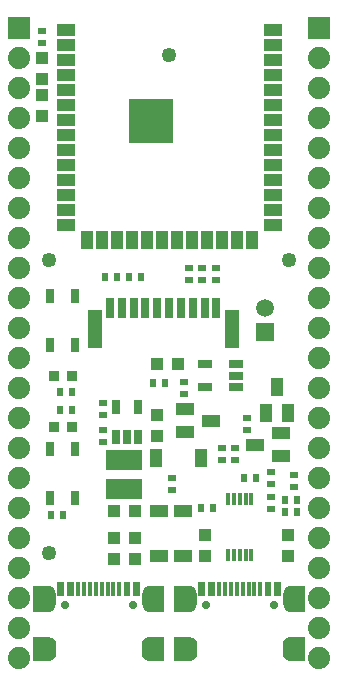
<source format=gbr>
G04 #@! TF.GenerationSoftware,KiCad,Pcbnew,5.1.0-rc2-unknown-036be7d~80~ubuntu16.04.1*
G04 #@! TF.CreationDate,2023-05-16T15:29:05+03:00*
G04 #@! TF.ProjectId,ESP32-S3-DevKit-LiPo_Rev_B,45535033-322d-4533-932d-4465764b6974,B*
G04 #@! TF.SameCoordinates,Original*
G04 #@! TF.FileFunction,Soldermask,Top*
G04 #@! TF.FilePolarity,Negative*
%FSLAX46Y46*%
G04 Gerber Fmt 4.6, Leading zero omitted, Abs format (unit mm)*
G04 Created by KiCad (PCBNEW 5.1.0-rc2-unknown-036be7d~80~ubuntu16.04.1) date 2023-05-16 15:29:05*
%MOMM*%
%LPD*%
G04 APERTURE LIST*
%ADD10C,1.501600*%
%ADD11R,1.501600X1.501600*%
%ADD12R,1.301600X3.201600*%
%ADD13R,0.701600X1.651600*%
%ADD14R,1.117600X1.117600*%
%ADD15R,1.501600X1.101600*%
%ADD16R,0.651600X0.601600*%
%ADD17C,1.879600*%
%ADD18R,1.879600X1.879600*%
%ADD19R,1.201600X2.101600*%
%ADD20R,1.201600X2.301600*%
%ADD21C,0.701600*%
%ADD22R,0.351600X1.251600*%
%ADD23O,1.301600X2.301600*%
%ADD24O,1.401600X2.101600*%
%ADD25R,0.401600X1.251600*%
%ADD26R,0.751600X1.151600*%
%ADD27R,0.601600X0.651600*%
%ADD28C,1.254000*%
%ADD29R,0.901600X0.901600*%
%ADD30R,0.351600X1.101600*%
%ADD31R,3.801600X3.801600*%
%ADD32C,1.701600*%
%ADD33R,1.601600X1.001600*%
%ADD34R,1.001600X1.601600*%
%ADD35R,1.101600X1.501600*%
%ADD36R,3.101600X1.701600*%
%ADD37R,1.301600X0.651600*%
%ADD38R,0.651600X1.301600*%
G04 APERTURE END LIST*
D10*
X151655780Y-88534240D03*
D11*
X151658320Y-90563700D03*
D12*
X137202000Y-90266000D03*
X148802000Y-90266000D03*
D13*
X138502000Y-88491000D03*
X139502000Y-88491000D03*
X140502000Y-88491000D03*
X141502000Y-88491000D03*
X142502000Y-88491000D03*
X143502000Y-88491000D03*
X144502000Y-88491000D03*
X145502000Y-88491000D03*
X146502000Y-88491000D03*
X147502000Y-88491000D03*
D14*
X146558000Y-109474000D03*
X146558000Y-107696000D03*
D15*
X144653000Y-109469000D03*
X144653000Y-105669000D03*
X142621000Y-109469000D03*
X142621000Y-105669000D03*
D16*
X137922000Y-99822000D03*
X137922000Y-98806000D03*
D14*
X140589000Y-105664000D03*
X138811000Y-105664000D03*
D15*
X144815560Y-97094040D03*
X144815560Y-98996500D03*
X147025360Y-98041460D03*
D17*
X156210000Y-115570000D03*
X156210000Y-118110000D03*
X156210000Y-72390000D03*
X156210000Y-69850000D03*
X156210000Y-67310000D03*
D18*
X156210000Y-64770000D03*
D17*
X156210000Y-74930000D03*
X156210000Y-77470000D03*
X156210000Y-82550000D03*
X156210000Y-80010000D03*
X156210000Y-85090000D03*
X156210000Y-87630000D03*
X156210000Y-92710000D03*
X156210000Y-90170000D03*
X156210000Y-95250000D03*
X156210000Y-97790000D03*
X156210000Y-102870000D03*
X156210000Y-100330000D03*
X156210000Y-110490000D03*
X156210000Y-113030000D03*
X156210000Y-107950000D03*
X156210000Y-105410000D03*
D19*
X142468600Y-117355000D03*
D20*
X142468600Y-113175000D03*
D19*
X132613400Y-117355000D03*
D20*
X132613400Y-113175000D03*
D21*
X140431000Y-113675000D03*
D22*
X135791000Y-112273000D03*
X136291000Y-112273000D03*
X136791000Y-112273000D03*
X139291000Y-112273000D03*
X137791000Y-112273000D03*
X138791000Y-112273000D03*
X138291000Y-112273000D03*
X137291000Y-112273000D03*
D23*
X141861000Y-113175000D03*
D24*
X141861000Y-117355000D03*
X133221000Y-117355000D03*
D21*
X134651000Y-113675000D03*
D23*
X133221000Y-113175000D03*
D25*
X135266000Y-112273000D03*
X139816000Y-112273000D03*
X135016000Y-112273000D03*
X140066000Y-112273000D03*
X134466000Y-112273000D03*
X140616000Y-112273000D03*
X134216000Y-112273000D03*
X140866000Y-112273000D03*
D19*
X154406600Y-117355000D03*
D20*
X154406600Y-113175000D03*
D19*
X144551400Y-117355000D03*
D20*
X144551400Y-113175000D03*
D21*
X152369000Y-113675000D03*
D22*
X147729000Y-112273000D03*
X148229000Y-112273000D03*
X148729000Y-112273000D03*
X151229000Y-112273000D03*
X149729000Y-112273000D03*
X150729000Y-112273000D03*
X150229000Y-112273000D03*
X149229000Y-112273000D03*
D23*
X153799000Y-113175000D03*
D24*
X153799000Y-117355000D03*
X145159000Y-117355000D03*
D21*
X146589000Y-113675000D03*
D23*
X145159000Y-113175000D03*
D25*
X147204000Y-112273000D03*
X151754000Y-112273000D03*
X146954000Y-112273000D03*
X152004000Y-112273000D03*
X146404000Y-112273000D03*
X152554000Y-112273000D03*
X146154000Y-112273000D03*
X152804000Y-112273000D03*
D26*
X133418000Y-104564000D03*
X133418000Y-100414000D03*
X135568000Y-104564000D03*
X135568000Y-100414000D03*
D27*
X146177000Y-105410000D03*
X147193000Y-105410000D03*
D14*
X132715000Y-69088000D03*
X132715000Y-67310000D03*
D16*
X132715000Y-66040000D03*
X132715000Y-65024000D03*
D17*
X130810000Y-115569999D03*
X130810000Y-118109999D03*
X130810000Y-72389999D03*
X130810000Y-69849999D03*
X130810000Y-67309999D03*
D18*
X130810000Y-64769999D03*
D17*
X130810000Y-74929999D03*
X130810000Y-77469999D03*
X130810000Y-82549999D03*
X130810000Y-80009999D03*
X130810000Y-85089999D03*
X130810000Y-87629999D03*
X130810000Y-92709999D03*
X130810000Y-90169999D03*
X130810000Y-95249999D03*
X130810000Y-97789999D03*
X130810000Y-102869999D03*
X130810000Y-100329999D03*
X130810000Y-110489999D03*
X130810000Y-113029999D03*
X130810000Y-107949999D03*
X130810000Y-105409999D03*
D28*
X133350000Y-84455000D03*
X153670000Y-84455000D03*
X133350000Y-109220000D03*
D29*
X133731000Y-98552000D03*
X135255000Y-98552000D03*
D14*
X153543000Y-109474000D03*
X153543000Y-107696000D03*
D27*
X134239000Y-97155000D03*
X135255000Y-97155000D03*
X133477000Y-106045000D03*
X134493000Y-106045000D03*
D14*
X138811000Y-109728000D03*
X138811000Y-107950000D03*
X140589000Y-109728000D03*
X140589000Y-107950000D03*
D27*
X141097000Y-85852000D03*
X140081000Y-85852000D03*
D26*
X133418000Y-91610000D03*
X133418000Y-87460000D03*
X135568000Y-91610000D03*
X135568000Y-87460000D03*
D30*
X148478999Y-104661000D03*
X148978999Y-104661000D03*
X149478999Y-104661000D03*
X149978999Y-104661000D03*
X150478999Y-104661000D03*
X150478999Y-109461000D03*
X149978999Y-109461000D03*
X149478999Y-109461000D03*
X148978999Y-109461000D03*
X148478999Y-109461000D03*
D31*
X142010000Y-72691000D03*
D32*
X142010000Y-72691000D03*
D33*
X134760000Y-64971000D03*
X134760000Y-66241000D03*
X134760000Y-67511000D03*
X134760000Y-68781000D03*
X134760000Y-70051000D03*
X134760000Y-71321000D03*
X134760000Y-72591000D03*
X134760000Y-73861000D03*
X134760000Y-75131000D03*
X134760000Y-76401000D03*
X134760000Y-77671000D03*
X134760000Y-78941000D03*
X134760000Y-80211000D03*
X134760000Y-81481000D03*
D34*
X136525000Y-82731000D03*
D33*
X152260000Y-81481000D03*
X152260000Y-80211000D03*
X152260000Y-78941000D03*
X152260000Y-77671000D03*
X152260000Y-76401000D03*
X152260000Y-75131000D03*
X152260000Y-73861000D03*
X152260000Y-72591000D03*
X152260000Y-71321000D03*
X152260000Y-70051000D03*
X152260000Y-68781000D03*
X152260000Y-67511000D03*
X152260000Y-66241000D03*
X152260000Y-64971000D03*
D34*
X137795000Y-82731000D03*
X139065000Y-82731000D03*
X140335000Y-82731000D03*
X141605000Y-82731000D03*
X142875000Y-82731000D03*
X144145000Y-82731000D03*
X145415000Y-82731000D03*
X146685000Y-82731000D03*
X147955000Y-82731000D03*
X149225000Y-82731000D03*
X150495000Y-82731000D03*
D14*
X142494000Y-93218000D03*
X144272000Y-93218000D03*
X142494000Y-99314000D03*
X142494000Y-97536000D03*
D16*
X145161000Y-85090000D03*
X145161000Y-86106000D03*
D14*
X132715000Y-72263000D03*
X132715000Y-70485000D03*
D29*
X135255000Y-94234000D03*
X133731000Y-94234000D03*
D35*
X142372000Y-101219000D03*
X146172000Y-101219000D03*
D28*
X143510000Y-67056000D03*
D36*
X139700000Y-103816000D03*
X139700000Y-101416000D03*
D27*
X142113000Y-94869000D03*
X143129000Y-94869000D03*
X135255000Y-95631000D03*
X134239000Y-95631000D03*
D16*
X144780000Y-95758000D03*
X144780000Y-94742000D03*
X147447000Y-85090000D03*
X147447000Y-86106000D03*
X146304000Y-86106000D03*
X146304000Y-85090000D03*
X147955000Y-100330000D03*
X147955000Y-101346000D03*
X149098000Y-101346000D03*
X149098000Y-100330000D03*
X137922000Y-96520000D03*
X137922000Y-97536000D03*
X152146000Y-104521000D03*
X152146000Y-105537000D03*
X143764000Y-102870000D03*
X143764000Y-103886000D03*
D37*
X149128000Y-95184000D03*
X149128000Y-94234000D03*
X149128000Y-93284000D03*
X146528000Y-95184000D03*
X146528000Y-93284000D03*
D38*
X139004000Y-99471000D03*
X139954000Y-99471000D03*
X140904000Y-99471000D03*
X139004000Y-96871000D03*
X140904000Y-96871000D03*
D27*
X154305000Y-105791000D03*
X153289000Y-105791000D03*
X153289000Y-104775000D03*
X154305000Y-104775000D03*
X139065000Y-85852000D03*
X138049000Y-85852000D03*
D16*
X152146000Y-102362000D03*
X152146000Y-103378000D03*
X150114000Y-98806000D03*
X150114000Y-97790000D03*
D15*
X152999440Y-101025960D03*
X152999440Y-99123500D03*
X150789640Y-100078540D03*
D35*
X152651460Y-95163640D03*
X153606500Y-97373440D03*
X151704040Y-97373440D03*
D27*
X149860000Y-102870000D03*
X150876000Y-102870000D03*
D16*
X154051000Y-103632000D03*
X154051000Y-102616000D03*
M02*

</source>
